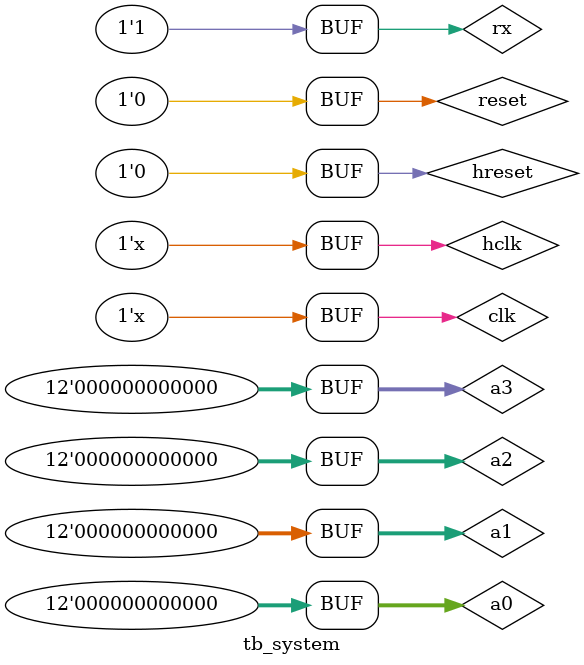
<source format=v>

`timescale 1ns/1ps
`default_nettype none

module tb_system;
    reg clk, hclk;
    reg reset, hreset;
	reg rx;
	wire tx;
	reg [11:0] a0, a1, a2, a3;
	wire [31:0] gp_out0, gp_out1, gp_out2, gp_out3;
	
    // 24 MHz clock source
    always
        #(2*10.4167) clk = ~clk;
    
    // 48 MHz clock source
    always
        #(10.4167) hclk = ~hclk;
    
    // reset
    initial
    begin
`ifdef icarus
  		$dumpfile("tb_system.vcd");
		$dumpvars;
`endif
		
       // init regs
        clk = 1'b0;
        reset = 1'b1;
        hclk = 1'b0;
        hreset = 1'b1;
		rx = 1'b1;
		a0 = 12'h000;
		a1 = 12'h000;
		a2 = 12'h000;
		a3 = 12'h000;
		
        // release resets
        #1000
        reset = 1'b0;
        hreset = 1'b0;
        
`ifdef icarus
        // stop after 1 sec
		//#12000000 $finish;
		#700000 $finish;
`endif
    end
	
    // Unit under test
	system u_riscv(
		.clk24(clk),
		.reset(reset),
		.RX(rx),
		.TX(tx),
		.gp_in0({20'h00000,a0}),
		.gp_in1({20'h00000,a1}),
		.gp_in2({20'h00000,a2}),
		.gp_in3({20'h00000,a3}),
		.gp_out0(gp_out0),
		.gp_out1(gp_out1),
		.gp_out2(gp_out2),
		.gp_out3(gp_out3),
		.ext_clk(hclk),
		.ext_reset(hreset),
		.mbx_ord(1'b0)
	);
endmodule

</source>
